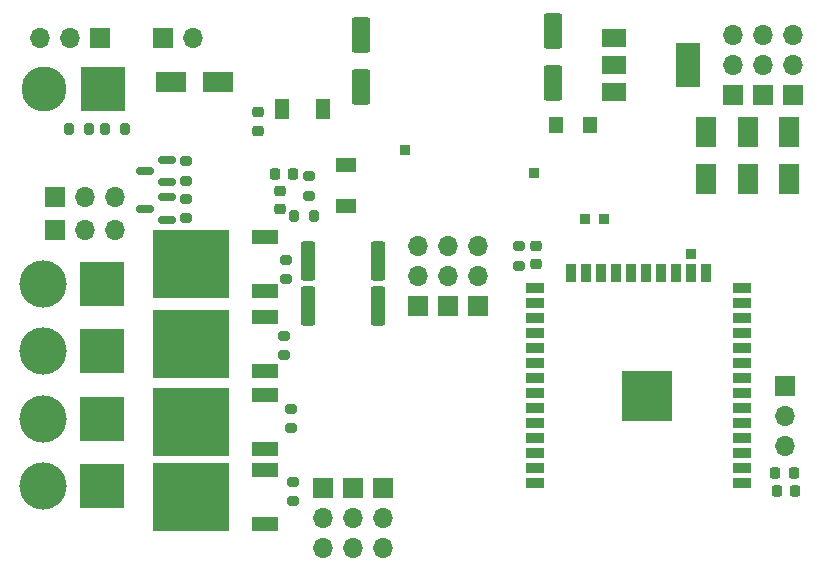
<source format=gbr>
%TF.GenerationSoftware,KiCad,Pcbnew,(6.0.9)*%
%TF.CreationDate,2023-02-03T20:00:34+01:00*%
%TF.ProjectId,jf-ecu32,6a662d65-6375-4333-922e-6b696361645f,rev?*%
%TF.SameCoordinates,Original*%
%TF.FileFunction,Soldermask,Top*%
%TF.FilePolarity,Negative*%
%FSLAX46Y46*%
G04 Gerber Fmt 4.6, Leading zero omitted, Abs format (unit mm)*
G04 Created by KiCad (PCBNEW (6.0.9)) date 2023-02-03 20:00:34*
%MOMM*%
%LPD*%
G01*
G04 APERTURE LIST*
G04 Aperture macros list*
%AMRoundRect*
0 Rectangle with rounded corners*
0 $1 Rounding radius*
0 $2 $3 $4 $5 $6 $7 $8 $9 X,Y pos of 4 corners*
0 Add a 4 corners polygon primitive as box body*
4,1,4,$2,$3,$4,$5,$6,$7,$8,$9,$2,$3,0*
0 Add four circle primitives for the rounded corners*
1,1,$1+$1,$2,$3*
1,1,$1+$1,$4,$5*
1,1,$1+$1,$6,$7*
1,1,$1+$1,$8,$9*
0 Add four rect primitives between the rounded corners*
20,1,$1+$1,$2,$3,$4,$5,0*
20,1,$1+$1,$4,$5,$6,$7,0*
20,1,$1+$1,$6,$7,$8,$9,0*
20,1,$1+$1,$8,$9,$2,$3,0*%
G04 Aperture macros list end*
%ADD10R,0.850000X0.850000*%
%ADD11R,2.200000X1.200000*%
%ADD12R,6.400000X5.800000*%
%ADD13RoundRect,0.200000X-0.200000X-0.275000X0.200000X-0.275000X0.200000X0.275000X-0.200000X0.275000X0*%
%ADD14RoundRect,0.225000X0.250000X-0.225000X0.250000X0.225000X-0.250000X0.225000X-0.250000X-0.225000X0*%
%ADD15RoundRect,0.225000X0.225000X0.250000X-0.225000X0.250000X-0.225000X-0.250000X0.225000X-0.250000X0*%
%ADD16RoundRect,0.250000X-0.550000X1.250000X-0.550000X-1.250000X0.550000X-1.250000X0.550000X1.250000X0*%
%ADD17R,1.700000X1.700000*%
%ADD18O,1.700000X1.700000*%
%ADD19R,1.300000X1.400000*%
%ADD20RoundRect,0.200000X0.275000X-0.200000X0.275000X0.200000X-0.275000X0.200000X-0.275000X-0.200000X0*%
%ADD21R,1.800000X2.500000*%
%ADD22R,3.800000X3.800000*%
%ADD23C,4.000000*%
%ADD24RoundRect,0.250000X-0.362500X-1.425000X0.362500X-1.425000X0.362500X1.425000X-0.362500X1.425000X0*%
%ADD25R,2.500000X1.800000*%
%ADD26R,1.300000X1.700000*%
%ADD27C,3.800000*%
%ADD28R,1.700000X1.300000*%
%ADD29R,1.500000X0.900000*%
%ADD30R,0.900000X1.500000*%
%ADD31C,0.475000*%
%ADD32R,4.200000X4.200000*%
%ADD33RoundRect,0.150000X0.587500X0.150000X-0.587500X0.150000X-0.587500X-0.150000X0.587500X-0.150000X0*%
%ADD34R,2.000000X1.500000*%
%ADD35R,2.000000X3.800000*%
%ADD36RoundRect,0.225000X-0.250000X0.225000X-0.250000X-0.225000X0.250000X-0.225000X0.250000X0.225000X0*%
%ADD37RoundRect,0.225000X-0.225000X-0.250000X0.225000X-0.250000X0.225000X0.250000X-0.225000X0.250000X0*%
%ADD38RoundRect,0.200000X-0.275000X0.200000X-0.275000X-0.200000X0.275000X-0.200000X0.275000X0.200000X0*%
%ADD39RoundRect,0.250000X0.550000X-1.250000X0.550000X1.250000X-0.550000X1.250000X-0.550000X-1.250000X0*%
G04 APERTURE END LIST*
D10*
%TO.C,GND*%
X65278000Y-168529000D03*
%TD*%
D11*
%TO.C,Q5*%
X36550000Y-187955000D03*
D12*
X30250000Y-185675000D03*
D11*
X36550000Y-183395000D03*
%TD*%
D10*
%TO.C,TCK*%
X72644000Y-171450000D03*
%TD*%
D11*
%TO.C,Q6*%
X36550000Y-194305000D03*
D12*
X30250000Y-192025000D03*
D11*
X36550000Y-189745000D03*
%TD*%
D13*
%TO.C,R4*%
X23013000Y-160909000D03*
X24663000Y-160909000D03*
%TD*%
D14*
%TO.C,C2*%
X37846000Y-167653000D03*
X37846000Y-166103000D03*
%TD*%
%TO.C,BOOT1*%
X59461400Y-172365000D03*
X59461400Y-170815000D03*
%TD*%
D15*
%TO.C,C7*%
X38938200Y-164744400D03*
X37388200Y-164744400D03*
%TD*%
D16*
%TO.C,C4*%
X44704000Y-152908000D03*
X44704000Y-157308000D03*
%TD*%
D17*
%TO.C,J16*%
X54610000Y-175880000D03*
D18*
X54610000Y-173340000D03*
X54610000Y-170800000D03*
%TD*%
D10*
%TO.C,TDI*%
X48387000Y-162687000D03*
%TD*%
D19*
%TO.C,D17*%
X61161000Y-160528000D03*
X64061000Y-160528000D03*
%TD*%
D17*
%TO.C,J19*%
X80568800Y-182651400D03*
D18*
X80568800Y-185191400D03*
X80568800Y-187731400D03*
%TD*%
D13*
%TO.C,R3*%
X20003000Y-160909000D03*
X21653000Y-160909000D03*
%TD*%
D20*
%TO.C,R11*%
X38354000Y-173608000D03*
X38354000Y-171958000D03*
%TD*%
D17*
%TO.C,J18*%
X46583600Y-191287400D03*
D18*
X46583600Y-193827400D03*
X46583600Y-196367400D03*
%TD*%
D17*
%TO.C,J7*%
X18811000Y-166624000D03*
D18*
X21351000Y-166624000D03*
X23891000Y-166624000D03*
%TD*%
D21*
%TO.C,D12*%
X80924400Y-161163000D03*
X80924400Y-165163000D03*
%TD*%
D17*
%TO.C,J4*%
X41503600Y-191317400D03*
D18*
X41503600Y-193857400D03*
X41503600Y-196397400D03*
%TD*%
D17*
%TO.C,J15*%
X44043600Y-191317400D03*
D18*
X44043600Y-193857400D03*
X44043600Y-196397400D03*
%TD*%
D17*
%TO.C,J10*%
X27940000Y-153162000D03*
D18*
X30480000Y-153162000D03*
%TD*%
D20*
%TO.C,R7*%
X38735000Y-186245000D03*
X38735000Y-184595000D03*
%TD*%
D10*
%TO.C,TMS*%
X59309000Y-164592000D03*
%TD*%
D20*
%TO.C,R12*%
X29845000Y-165290000D03*
X29845000Y-163640000D03*
%TD*%
D22*
%TO.C,J9*%
X22780000Y-179705000D03*
D23*
X17780000Y-179705000D03*
%TD*%
D11*
%TO.C,Q4*%
X36585000Y-181350000D03*
D12*
X30285000Y-179070000D03*
D11*
X36585000Y-176790000D03*
%TD*%
D24*
%TO.C,R2*%
X40217500Y-172085000D03*
X46142500Y-172085000D03*
%TD*%
D25*
%TO.C,D11*%
X28588200Y-156946600D03*
X32588200Y-156946600D03*
%TD*%
D17*
%TO.C,J6*%
X18811000Y-169418000D03*
D18*
X21351000Y-169418000D03*
X23891000Y-169418000D03*
%TD*%
D26*
%TO.C,D18*%
X38001000Y-159232600D03*
X41501000Y-159232600D03*
%TD*%
D17*
%TO.C,J3*%
X49530000Y-175895000D03*
D18*
X49530000Y-173355000D03*
X49530000Y-170815000D03*
%TD*%
D11*
%TO.C,Q2*%
X36550000Y-174620000D03*
D12*
X30250000Y-172340000D03*
D11*
X36550000Y-170060000D03*
%TD*%
D22*
%TO.C,J8*%
X22860000Y-157480000D03*
D27*
X17860000Y-157480000D03*
%TD*%
D20*
%TO.C,R10*%
X29845000Y-168465000D03*
X29845000Y-166815000D03*
%TD*%
D28*
%TO.C,D19*%
X43434000Y-167434200D03*
X43434000Y-163934200D03*
%TD*%
D24*
%TO.C,R1*%
X40217500Y-175895000D03*
X46142500Y-175895000D03*
%TD*%
D13*
%TO.C,R6*%
X39053000Y-168275000D03*
X40703000Y-168275000D03*
%TD*%
D29*
%TO.C,U1*%
X76928600Y-190835600D03*
X76928600Y-189565600D03*
X76928600Y-188295600D03*
X76928600Y-187025600D03*
X76928600Y-185755600D03*
X76928600Y-184485600D03*
X76928600Y-183215600D03*
X76928600Y-181945600D03*
X76928600Y-180675600D03*
X76928600Y-179405600D03*
X76928600Y-178135600D03*
X76928600Y-176865600D03*
X76928600Y-175595600D03*
X76928600Y-174325600D03*
D30*
X73888600Y-173075600D03*
X72618600Y-173075600D03*
X71348600Y-173075600D03*
X70078600Y-173075600D03*
X68808600Y-173075600D03*
X67538600Y-173075600D03*
X66268600Y-173075600D03*
X64998600Y-173075600D03*
X63728600Y-173075600D03*
X62458600Y-173075600D03*
D29*
X59428600Y-174325600D03*
X59428600Y-175595600D03*
X59428600Y-176865600D03*
X59428600Y-178135600D03*
X59428600Y-179405600D03*
X59428600Y-180675600D03*
X59428600Y-181945600D03*
X59428600Y-183215600D03*
X59428600Y-184485600D03*
X59428600Y-185755600D03*
X59428600Y-187025600D03*
X59428600Y-188295600D03*
X59428600Y-189565600D03*
X59428600Y-190835600D03*
D31*
X68096100Y-185020600D03*
X67333600Y-182733100D03*
X69621100Y-183495600D03*
X67333600Y-184258100D03*
D32*
X68858600Y-183495600D03*
D31*
X68096100Y-183495600D03*
X68858600Y-184258100D03*
X68096100Y-181970600D03*
X69621100Y-185020600D03*
X70383600Y-184258100D03*
X68858600Y-182733100D03*
X70383600Y-182733100D03*
X69621100Y-181970600D03*
%TD*%
D33*
%TO.C,Q1*%
X28242500Y-165415000D03*
X28242500Y-163515000D03*
X26367500Y-164465000D03*
%TD*%
D34*
%TO.C,U4*%
X66090000Y-153148000D03*
D35*
X72390000Y-155448000D03*
D34*
X66090000Y-155448000D03*
X66090000Y-157748000D03*
%TD*%
D17*
%TO.C,J1*%
X76200000Y-158003000D03*
D18*
X76200000Y-155463000D03*
X76200000Y-152923000D03*
%TD*%
D22*
%TO.C,J17*%
X22780000Y-191135000D03*
D23*
X17780000Y-191135000D03*
%TD*%
D20*
%TO.C,R8*%
X38957500Y-192430000D03*
X38957500Y-190780000D03*
%TD*%
D36*
%TO.C,C1*%
X35991800Y-159473600D03*
X35991800Y-161023600D03*
%TD*%
D22*
%TO.C,J5*%
X22780000Y-173990000D03*
D23*
X17780000Y-173990000D03*
%TD*%
D17*
%TO.C,J12*%
X81280000Y-157988000D03*
D18*
X81280000Y-155448000D03*
X81280000Y-152908000D03*
%TD*%
D17*
%TO.C,J13*%
X52070000Y-175895000D03*
D18*
X52070000Y-173355000D03*
X52070000Y-170815000D03*
%TD*%
D37*
%TO.C,C8*%
X79756000Y-189992000D03*
X81306000Y-189992000D03*
%TD*%
D38*
%TO.C,R13*%
X58039000Y-170815000D03*
X58039000Y-172465000D03*
%TD*%
D20*
%TO.C,R9*%
X38132500Y-180060000D03*
X38132500Y-178410000D03*
%TD*%
%TO.C,R5*%
X40305000Y-166552700D03*
X40305000Y-164902700D03*
%TD*%
D17*
%TO.C,J2*%
X78740000Y-158003000D03*
D18*
X78740000Y-155463000D03*
X78740000Y-152923000D03*
%TD*%
D17*
%TO.C,J11*%
X22606000Y-153162000D03*
D18*
X20066000Y-153162000D03*
X17526000Y-153162000D03*
%TD*%
D21*
%TO.C,D5*%
X73914000Y-161144200D03*
X73914000Y-165144200D03*
%TD*%
D10*
%TO.C,TDO*%
X63627000Y-168529000D03*
%TD*%
D39*
%TO.C,C3*%
X60960000Y-157013000D03*
X60960000Y-152613000D03*
%TD*%
D37*
%TO.C,C9*%
X79870000Y-191516000D03*
X81420000Y-191516000D03*
%TD*%
D33*
%TO.C,Q3*%
X28242500Y-168590000D03*
X28242500Y-166690000D03*
X26367500Y-167640000D03*
%TD*%
D22*
%TO.C,J14*%
X22780000Y-185420000D03*
D23*
X17780000Y-185420000D03*
%TD*%
D21*
%TO.C,D8*%
X77444600Y-161163000D03*
X77444600Y-165163000D03*
%TD*%
M02*

</source>
